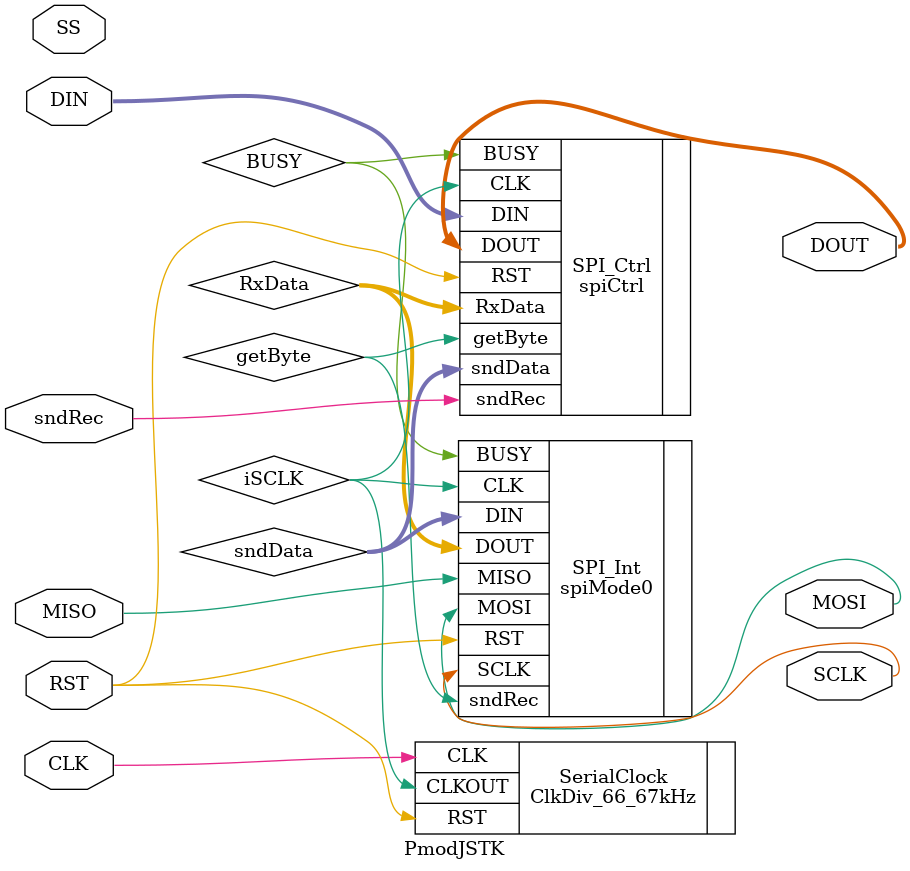
<source format=v>
`timescale 1ns / 1ps

module PmodJSTK(
    CLK,
    RST,
    sndRec,
    DIN,
    MISO,
    SS,        // <<< 外部控制的 Slave Select
    SCLK,
    MOSI,
    DOUT
);

// ===========================================================================
// Port Declarations
// ===========================================================================
input        CLK;        // 100MHz clock
input        RST;
input        sndRec;     // trigger send/receive
input  [7:0] DIN;        // data to send
input        MISO;       // from slave
input        SS;         // <<< SS 由 top module 控制（active low）

output       SCLK;       // SPI clock
output       MOSI;       // SPI MOSI
output [39:0] DOUT;      // received data

// ===========================================================================
// Internal Wires
// ===========================================================================
wire        getByte;
wire [7:0]  sndData;
wire [7:0]  RxData;
wire        BUSY;

wire        iSCLK;       // internal 66.67kHz clock

// ===========================================================================
// SPI Controller (NO LONGER DRIVES SS)
// ===========================================================================
spiCtrl SPI_Ctrl(
    .CLK(iSCLK),
    .RST(RST),
    .sndRec(sndRec),
    .BUSY(BUSY),
    .DIN(DIN),
    .RxData(RxData),
    .getByte(getByte),
    .sndData(sndData),
    .DOUT(DOUT)
);

// ===========================================================================
// SPI Mode 0 Engine
// ===========================================================================
spiMode0 SPI_Int(
    .CLK(iSCLK),
    .RST(RST),
    .sndRec(getByte),
    .DIN(sndData),
    .MISO(MISO),
    .MOSI(MOSI),
    .SCLK(SCLK),
    .BUSY(BUSY),
    .DOUT(RxData)
);

// ===========================================================================
// 66.67kHz Clock Divider
// ===========================================================================
ClkDiv_66_67kHz SerialClock(
    .CLK(CLK),
    .RST(RST),
    .CLKOUT(iSCLK)
);

endmodule

</source>
